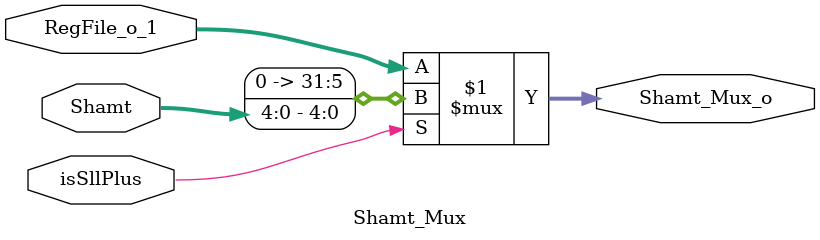
<source format=v>
module Shamt_Mux(Shamt,RegFile_o_1,isSllPlus,Shamt_Mux_o);
  input[4:0] Shamt;
  input[31:0] RegFile_o_1;
  input isSllPlus;
  
  output[31:0] Shamt_Mux_o;
  
  assign Shamt_Mux_o=isSllPlus?{26'b0,Shamt}:RegFile_o_1;
  
  
endmodule

</source>
